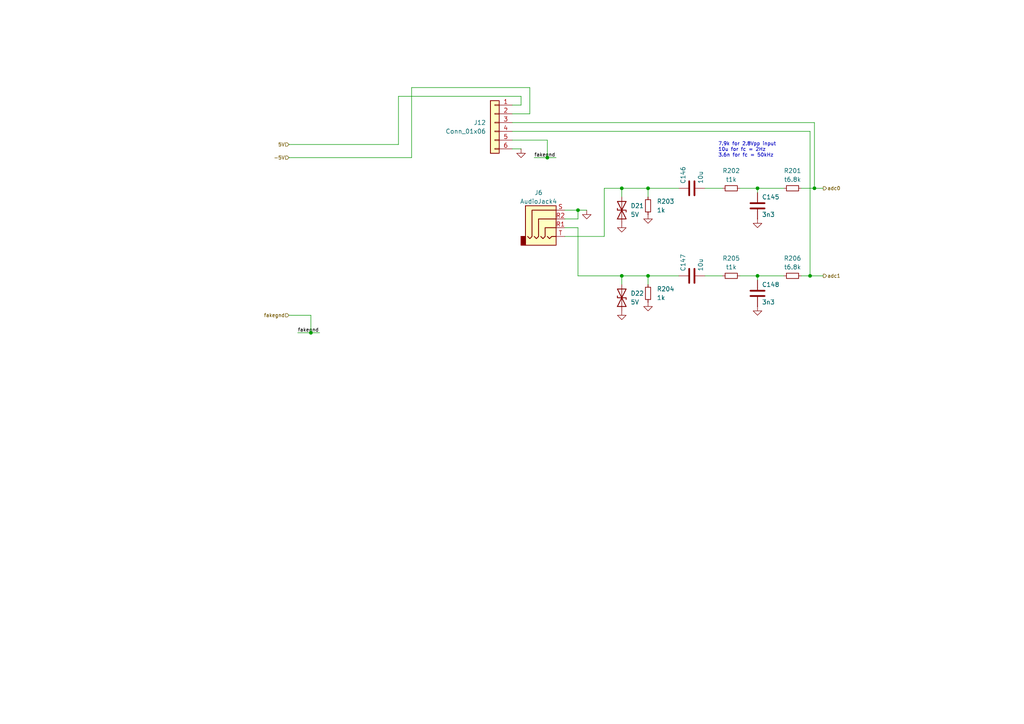
<source format=kicad_sch>
(kicad_sch (version 20231120) (generator "eeschema") (generator_version "8.0")
  (paper "A4")
  (lib_symbols
    (symbol "Connector_Audio:AudioJack4"
      (property "Reference" "J" (at 0 8.89 0))
      (property "Value" "AudioJack4" (at 0 6.35 0))
      (symbol "AudioJack4_0_1"
        (rectangle (start -6.35 -5.08) (end -7.62 -7.62) (stroke (width 0.254)) (fill (type outline)))
        (polyline (pts (xy 0 -5.08) (xy 0.635 -5.715) (xy 1.27 -5.08) (xy 2.54 -5.08)) (stroke (width 0.254)))
        (polyline (pts (xy -5.715 -5.08) (xy -5.08 -5.715) (xy -4.445 -5.08) (xy -4.445 2.54) (xy 2.54 2.54)) (stroke (width 0.254)))
        (polyline (pts (xy -1.905 -5.08) (xy -1.27 -5.715) (xy -0.635 -5.08) (xy -0.635 -2.54) (xy 2.54 -2.54)) (stroke (width 0.254)))
        (polyline (pts (xy 2.54 0) (xy -2.54 0) (xy -2.54 -5.08) (xy -3.175 -5.715) (xy -3.81 -5.08)) (stroke (width 0.254)))
        (rectangle (start 2.54 3.81) (end -6.35 -7.62) (stroke (width 0.254)) (fill (type background)))
      )
      (symbol "AudioJack4_1_1"
        (pin passive line (at 5.08 -2.54 180) (length 2.54) (name "~") (number "R1"))
        (pin passive line (at 5.08 0 180) (length 2.54) (name "~") (number "R2"))
        (pin passive line (at 5.08 2.54 180) (length 2.54) (name "~") (number "S"))
        (pin passive line (at 5.08 -5.08 180) (length 2.54) (name "~") (number "T"))
      )
    )
    (symbol "Connector_Generic:Conn_01x06" (pin_names (offset 1.016) hide)
      (property "Reference" "J" (at 0 7.62 0))
      (property "Value" "Conn_01x06" (at 0 -10.16 0))
      (symbol "Conn_01x06_1_1"
        (rectangle (start -1.27 -7.493) (end 0 -7.747) (stroke (width 0.1524)))
        (rectangle (start -1.27 -4.953) (end 0 -5.207) (stroke (width 0.1524)))
        (rectangle (start -1.27 -2.413) (end 0 -2.667) (stroke (width 0.1524)))
        (rectangle (start -1.27 0.127) (end 0 -0.127) (stroke (width 0.1524)))
        (rectangle (start -1.27 2.667) (end 0 2.413) (stroke (width 0.1524)))
        (rectangle (start -1.27 5.207) (end 0 4.953) (stroke (width 0.1524)))
        (rectangle (start -1.27 6.35) (end 1.27 -8.89) (stroke (width 0.254)) (fill (type background)))
        (pin passive line (at -5.08 5.08 0) (length 3.81) (name "Pin_1") (number "1"))
        (pin passive line (at -5.08 2.54 0) (length 3.81) (name "Pin_2") (number "2"))
        (pin passive line (at -5.08 0 0) (length 3.81) (name "Pin_3") (number "3"))
        (pin passive line (at -5.08 -2.54 0) (length 3.81) (name "Pin_4") (number "4"))
        (pin passive line (at -5.08 -5.08 0) (length 3.81) (name "Pin_5") (number "5"))
        (pin passive line (at -5.08 -7.62 0) (length 3.81) (name "Pin_6") (number "6"))
      )
    )
    (symbol "Device:C" (pin_numbers hide) (pin_names (offset 0.254))
      (property "Reference" "C" (at 0.635 2.54 0))
      (property "Value" "C" (at 0.635 -2.54 0))
      (symbol "C_0_1"
        (polyline (pts (xy -2.032 -0.762) (xy 2.032 -0.762)) (stroke (width 0.508)))
        (polyline (pts (xy -2.032 0.762) (xy 2.032 0.762)) (stroke (width 0.508)))
      )
      (symbol "C_1_1"
        (pin passive line (at 0 3.81 270) (length 2.794) (name "~") (number "1"))
        (pin passive line (at 0 -3.81 90) (length 2.794) (name "~") (number "2"))
      )
    )
    (symbol "Device:D_TVS" (pin_numbers hide) (pin_names (offset 1.016) hide)
      (property "Reference" "D" (at 0 2.54 0))
      (property "Value" "D_TVS" (at 0 -2.54 0))
      (symbol "D_TVS_0_1"
        (polyline (pts (xy 1.27 0) (xy -1.27 0)))
        (polyline (pts (xy 0.508 1.27) (xy 0 1.27) (xy 0 -1.27) (xy -0.508 -1.27)) (stroke (width 0.254)))
        (polyline (pts (xy -2.54 1.27) (xy -2.54 -1.27) (xy 2.54 1.27) (xy 2.54 -1.27) (xy -2.54 1.27)) (stroke (width 0.254)))
      )
      (symbol "D_TVS_1_1"
        (pin passive line (at -3.81 0 0) (length 2.54) (name "A1") (number "1"))
        (pin passive line (at 3.81 0 180) (length 2.54) (name "A2") (number "2"))
      )
    )
    (symbol "Device:R_Small" (pin_numbers hide) (pin_names (offset 0.254) hide)
      (property "Reference" "R" (at 0.762 0.508 0))
      (property "Value" "R_Small" (at 0.762 -1.016 0))
      (symbol "R_Small_0_1"
        (rectangle (start -0.762 1.778) (end 0.762 -1.778) (stroke (width 0.2032)))
      )
      (symbol "R_Small_1_1"
        (pin passive line (at 0 2.54 270) (length 0.762) (name "~") (number "1"))
        (pin passive line (at 0 -2.54 90) (length 0.762) (name "~") (number "2"))
      )
    )
    (symbol "power:GND" (power) (pin_numbers hide) (pin_names (offset 0) hide)
      (property "Value" "GND" (at 0 -3.81 0))
      (symbol "GND_0_1"
        (polyline (pts (xy 0 0) (xy 0 -1.27) (xy 1.27 -1.27) (xy 0 -2.54) (xy -1.27 -1.27) (xy 0 -1.27)))
      )
      (symbol "GND_1_1"
        (pin power_in line (at 0 0 270) (length 0) (name "~") (number "1"))
      )
    )
  )
  (junction (at 187.96 54.61))
  (junction (at 219.71 54.61))
  (junction (at 180.34 80.01))
  (junction (at 167.64 60.96))
  (junction (at 187.96 80.01))
  (junction (at 234.95 80.01))
  (junction (at 180.34 54.61))
  (junction (at 90.17 96.52))
  (junction (at 236.22 54.61))
  (junction (at 158.75 45.72))
  (junction (at 219.71 80.01))
  (wire (pts (xy 170.18 60.96) (xy 167.64 60.96)))
  (wire (pts (xy 163.83 60.96) (xy 167.64 60.96)))
  (wire (pts (xy 148.59 35.56) (xy 236.22 35.56)))
  (wire (pts (xy 167.64 60.96) (xy 167.64 63.5)))
  (wire (pts (xy 163.83 68.58) (xy 175.26 68.58)))
  (wire (pts (xy 232.41 54.61) (xy 236.22 54.61)))
  (wire (pts (xy 148.59 43.18) (xy 151.13 43.18)))
  (wire (pts (xy 158.75 40.64) (xy 158.75 45.72)))
  (wire (pts (xy 151.13 27.94) (xy 151.13 30.48)))
  (wire (pts (xy 214.63 54.61) (xy 219.71 54.61)))
  (wire (pts (xy 219.71 54.61) (xy 219.71 55.88)))
  (wire (pts (xy 148.59 40.64) (xy 158.75 40.64)))
  (wire (pts (xy 187.96 80.01) (xy 196.85 80.01)))
  (wire (pts (xy 158.75 45.72) (xy 161.29 45.72)))
  (wire (pts (xy 214.63 80.01) (xy 219.71 80.01)))
  (wire (pts (xy 232.41 80.01) (xy 234.95 80.01)))
  (wire (pts (xy 236.22 54.61) (xy 238.76 54.61)))
  (wire (pts (xy 167.64 80.01) (xy 180.34 80.01)))
  (wire (pts (xy 236.22 35.56) (xy 236.22 54.61)))
  (wire (pts (xy 187.96 54.61) (xy 196.85 54.61)))
  (wire (pts (xy 90.17 96.52) (xy 92.71 96.52)))
  (wire (pts (xy 154.94 45.72) (xy 158.75 45.72)))
  (wire (pts (xy 234.95 80.01) (xy 238.76 80.01)))
  (wire (pts (xy 234.95 38.1) (xy 234.95 80.01)))
  (wire (pts (xy 219.71 80.01) (xy 227.33 80.01)))
  (wire (pts (xy 148.59 30.48) (xy 151.13 30.48)))
  (wire (pts (xy 153.67 25.4) (xy 153.67 33.02)))
  (wire (pts (xy 204.47 80.01) (xy 209.55 80.01)))
  (wire (pts (xy 163.83 66.04) (xy 167.64 66.04)))
  (wire (pts (xy 175.26 54.61) (xy 180.34 54.61)))
  (wire (pts (xy 167.64 66.04) (xy 167.64 80.01)))
  (wire (pts (xy 180.34 54.61) (xy 180.34 57.15)))
  (wire (pts (xy 83.82 41.91) (xy 115.57 41.91)))
  (wire (pts (xy 148.59 38.1) (xy 234.95 38.1)))
  (wire (pts (xy 187.96 57.15) (xy 187.96 54.61)))
  (wire (pts (xy 219.71 54.61) (xy 227.33 54.61)))
  (wire (pts (xy 187.96 82.55) (xy 187.96 80.01)))
  (wire (pts (xy 90.17 91.44) (xy 90.17 96.52)))
  (wire (pts (xy 86.36 96.52) (xy 90.17 96.52)))
  (wire (pts (xy 119.38 45.72) (xy 119.38 25.4)))
  (wire (pts (xy 153.67 33.02) (xy 148.59 33.02)))
  (wire (pts (xy 180.34 54.61) (xy 187.96 54.61)))
  (wire (pts (xy 204.47 54.61) (xy 209.55 54.61)))
  (wire (pts (xy 180.34 80.01) (xy 180.34 82.55)))
  (wire (pts (xy 167.64 63.5) (xy 163.83 63.5)))
  (wire (pts (xy 219.71 80.01) (xy 219.71 81.28)))
  (wire (pts (xy 119.38 25.4) (xy 153.67 25.4)))
  (wire (pts (xy 83.82 91.44) (xy 90.17 91.44)))
  (wire (pts (xy 180.34 80.01) (xy 187.96 80.01)))
  (wire (pts (xy 115.57 27.94) (xy 151.13 27.94)))
  (wire (pts (xy 115.57 41.91) (xy 115.57 27.94)))
  (wire (pts (xy 83.82 45.72) (xy 119.38 45.72)))
  (wire (pts (xy 175.26 68.58) (xy 175.26 54.61)))
  (text "7.9k for 2.8Vpp input\n10u for fc = 2Hz\n3.6n for fc = 50kHz" (at 208.28 45.72 0) (effects (font (size 1.016 1.016)) (justify left bottom)))
  (label "fakegnd" (at 154.94 45.72 0) (effects (font (size 1.016 1.016))))
  (label "fakegnd" (at 86.36 96.52 0) (effects (font (size 1.016 1.016))))
  (hierarchical_label "adc0" (shape output) (at 238.76 54.61 0) (effects (font (size 1.016 1.016))))
  (hierarchical_label "-5V" (shape input) (at 83.82 45.72 180) (effects (font (size 1.016 1.016))))
  (hierarchical_label "5V" (shape input) (at 83.82 41.91 180) (effects (font (size 1.016 1.016))))
  (hierarchical_label "adc1" (shape output) (at 238.76 80.01 0) (effects (font (size 1.016 1.016))))
  (hierarchical_label "fakegnd" (shape input) (at 83.82 91.44 180) (effects (font (size 1.016 1.016))))
  (symbol (lib_id "Device:R_Small") (at 229.87 54.61 270) (unit 1)
    (property "Reference" "R201" (at 229.87 49.53 90))
    (property "Value" "t6.8k" (at 229.87 52.07 90))
    (property "Footprint" "invendelirium_audio:R_0603" (effects (hide yes)))
    (property "PN" "RT0603DRE076K8L" (effects (hide yes)))
  )
  (symbol (lib_id "Device:C") (at 200.66 80.01 90) (unit 1)
    (property "Reference" "C147" (at 198.12 78.74 0) (effects (justify left)))
    (property "Value" "10u" (at 203.2 78.74 0) (effects (justify left)))
    (property "Footprint" "invendelirium_audio:C_0603_larger" (effects (hide yes)))
    (property "Voltage" "16V" (effects (hide yes)))
  )
  (symbol (lib_id "Device:R_Small") (at 187.96 85.09 0) (unit 1)
    (property "Reference" "R204" (at 190.5 83.8199 0) (effects (justify left)))
    (property "Value" "1k" (at 190.5 86.3599 0) (effects (justify left)))
    (property "Footprint" "invendelirium_audio:R_0603" (effects (hide yes)))
  )
  (symbol (lib_id "Device:R_Small") (at 212.09 54.61 270) (unit 1)
    (property "Reference" "R202" (at 212.09 49.53 90))
    (property "Value" "t1k" (at 212.09 52.07 90))
    (property "Footprint" "invendelirium_audio:R_0603" (effects (hide yes)))
  )
  (symbol (lib_id "power:GND") (at 187.96 87.63 0) (unit 1)
    (property "Reference" "#PWR0174" (effects (hide yes)))
    (property "Value" "GND" (effects (hide yes)))
  )
  (symbol (lib_id "Connector_Generic:Conn_01x06") (at 143.51 35.56 0) (mirror y) (unit 1)
    (property "Reference" "J12" (at 140.97 35.5599 0) (effects (justify left)))
    (property "Value" "Conn_01x06" (at 140.97 38.0999 0) (effects (justify left)))
    (property "Footprint" "Connector_JST:JST_GH_BM06B-GHS-TBT_1x06-1MP_P1.25mm_Vertical" (effects (hide yes)))
    (property "Description" "Generic connector, single row, 01x06, script generated (kicad-library-utils/schlib/autogen/connector/)" (effects (hide yes)))
  )
  (symbol (lib_id "Device:C") (at 219.71 59.69 0) (unit 1)
    (property "Reference" "C145" (at 220.98 57.15 0) (effects (justify left)))
    (property "Value" "3n3" (at 220.98 62.23 0) (effects (justify left)))
    (property "Footprint" "invendelirium_audio:C_0603" (effects (hide yes)))
    (property "Voltage" "16V" (effects (hide yes)))
  )
  (symbol (lib_id "Device:R_Small") (at 187.96 59.69 0) (unit 1)
    (property "Reference" "R203" (at 190.5 58.4199 0) (effects (justify left)))
    (property "Value" "1k" (at 190.5 60.9599 0) (effects (justify left)))
    (property "Footprint" "invendelirium_audio:R_0603" (effects (hide yes)))
  )
  (symbol (lib_id "power:GND") (at 151.13 43.18 0) (unit 1)
    (property "Reference" "#PWR0172" (effects (hide yes)))
    (property "Value" "GND" (effects (hide yes)))
  )
  (symbol (lib_id "Device:R_Small") (at 229.87 80.01 270) (unit 1)
    (property "Reference" "R206" (at 229.87 74.93 90))
    (property "Value" "t6.8k" (at 229.87 77.47 90))
    (property "Footprint" "invendelirium_audio:R_0603" (effects (hide yes)))
    (property "PN" "RT0603DRE076K8L" (effects (hide yes)))
  )
  (symbol (lib_id "power:GND") (at 219.71 63.5 0) (unit 1)
    (property "Reference" "#PWR0171" (effects (hide yes)))
    (property "Value" "GND" (effects (hide yes)))
  )
  (symbol (lib_id "Device:C") (at 219.71 85.09 0) (unit 1)
    (property "Reference" "C148" (at 220.98 82.55 0) (effects (justify left)))
    (property "Value" "3n3" (at 220.98 87.63 0) (effects (justify left)))
    (property "Footprint" "invendelirium_audio:C_0603" (effects (hide yes)))
    (property "Voltage" "16V" (effects (hide yes)))
  )
  (symbol (lib_id "Device:R_Small") (at 212.09 80.01 270) (unit 1)
    (property "Reference" "R205" (at 212.09 74.93 90))
    (property "Value" "t1k" (at 212.09 77.47 90))
    (property "Footprint" "invendelirium_audio:R_0603" (effects (hide yes)))
  )
  (symbol (lib_id "Device:D_TVS") (at 180.34 86.36 90) (unit 1)
    (property "Reference" "D22" (at 182.88 85.0899 90) (effects (justify right)))
    (property "Value" "5V" (at 182.88 87.6299 90) (effects (justify right)))
    (property "Footprint" "invendelirium_general:D_SOD-523_bidi" (effects (hide yes)))
    (property "Description" "Bidirectional transient-voltage-suppression diode" (effects (hide yes)))
    (property "PN" "ESD5B5V0WT" (effects (hide yes)))
  )
  (symbol (lib_id "power:GND") (at 180.34 90.17 0) (unit 1)
    (property "Reference" "#PWR0194" (effects (hide yes)))
    (property "Value" "GND" (effects (hide yes)))
  )
  (symbol (lib_id "power:GND") (at 170.18 60.96 0) (unit 1)
    (property "Reference" "#PWR0173" (effects (hide yes)))
    (property "Value" "GND" (effects (hide yes)))
  )
  (symbol (lib_id "power:GND") (at 180.34 64.77 0) (unit 1)
    (property "Reference" "#PWR0193" (effects (hide yes)))
    (property "Value" "GND" (effects (hide yes)))
  )
  (symbol (lib_id "Device:D_TVS") (at 180.34 60.96 90) (unit 1)
    (property "Reference" "D21" (at 182.88 59.6899 90) (effects (justify right)))
    (property "Value" "5V" (at 182.88 62.2299 90) (effects (justify right)))
    (property "Footprint" "invendelirium_general:D_SOD-523_bidi" (effects (hide yes)))
    (property "Description" "Bidirectional transient-voltage-suppression diode" (effects (hide yes)))
    (property "PN" "ESD5B5V0WT" (effects (hide yes)))
  )
  (symbol (lib_id "power:GND") (at 187.96 62.23 0) (unit 1)
    (property "Reference" "#PWR0170" (effects (hide yes)))
    (property "Value" "GND" (effects (hide yes)))
  )
  (symbol (lib_id "Device:C") (at 200.66 54.61 90) (unit 1)
    (property "Reference" "C146" (at 198.12 53.34 0) (effects (justify left)))
    (property "Value" "10u" (at 203.2 53.34 0) (effects (justify left)))
    (property "Footprint" "invendelirium_audio:C_0603_larger" (effects (hide yes)))
    (property "Voltage" "16V" (effects (hide yes)))
  )
  (symbol (lib_id "power:GND") (at 219.71 88.9 0) (unit 1)
    (property "Reference" "#PWR0175" (effects (hide yes)))
    (property "Value" "GND" (effects (hide yes)))
  )
  (symbol (lib_id "Connector_Audio:AudioJack4") (at 158.75 63.5 0) (unit 1)
    (property "Reference" "J6" (at 156.21 55.88 0))
    (property "Value" "AudioJack4" (at 156.21 58.42 0))
    (property "Footprint" "invendelirium_audio:Jack_3.5mm_PJ320D_Horizontal" (effects (hide yes)))
  )
)
</source>
